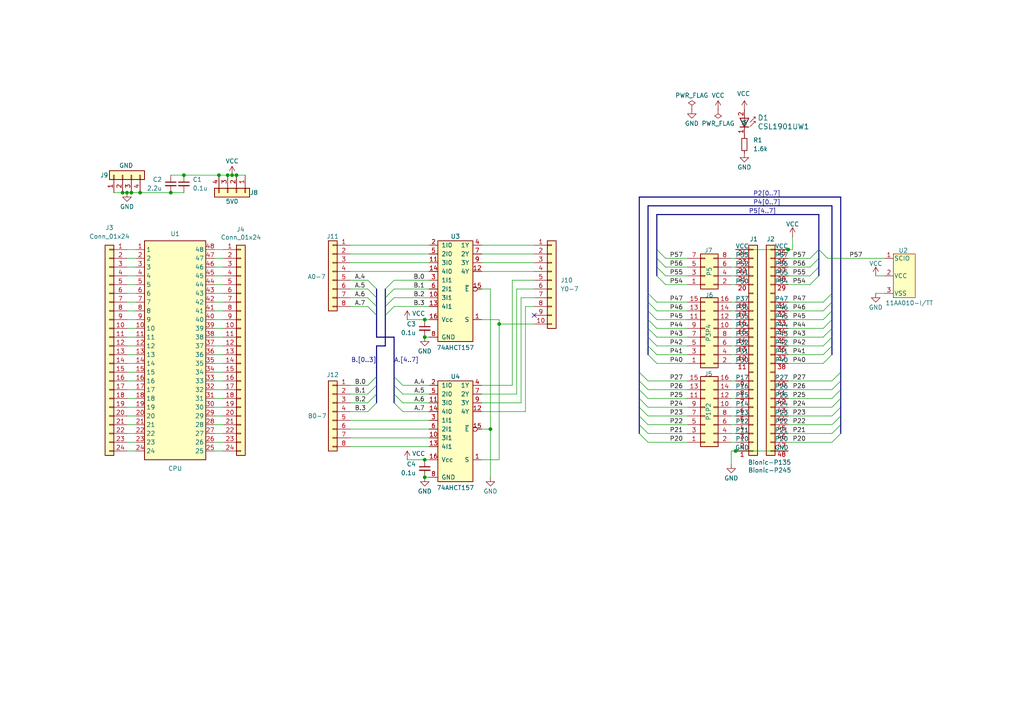
<source format=kicad_sch>
(kicad_sch (version 20231120) (generator "eeschema") (generator_version "8.0")
  (paper "A4")
  (title_block (title "BIonicMezzanine") (date "2025-03-02") (rev "2"))
  (lib_symbols
    (symbol "Connector_Generic:Conn_01x04" (pin_names (offset 1.016) hide)
      (property "Reference" "J" (at 0 5.08 0))
      (property "Value" "Conn_01x04" (at 0 -7.62 0))
      (symbol "Conn_01x04_1_1"
        (pin passive line (at -5.08 2.54 0) (length 3.81) (name "Pin_1") (number "1"))
        (pin passive line (at -5.08 0 0) (length 3.81) (name "Pin_2") (number "2"))
        (pin passive line (at -5.08 -2.54 0) (length 3.81) (name "Pin_3") (number "3"))
        (pin passive line (at -5.08 -5.08 0) (length 3.81) (name "Pin_4") (number "4"))
      )
    )
    (symbol "Connector_Generic:Conn_01x08" (pin_names (offset 1.016) hide)
      (property "Reference" "J" (at 0 10.16 0))
      (property "Value" "Conn_01x08" (at 0 -12.7 0))
      (symbol "Conn_01x08_1_1"
        (pin passive line (at -5.08 7.62 0) (length 3.81) (name "Pin_1") (number "1"))
        (pin passive line (at -5.08 5.08 0) (length 3.81) (name "Pin_2") (number "2"))
        (pin passive line (at -5.08 2.54 0) (length 3.81) (name "Pin_3") (number "3"))
        (pin passive line (at -5.08 0 0) (length 3.81) (name "Pin_4") (number "4"))
        (pin passive line (at -5.08 -2.54 0) (length 3.81) (name "Pin_5") (number "5"))
        (pin passive line (at -5.08 -5.08 0) (length 3.81) (name "Pin_6") (number "6"))
        (pin passive line (at -5.08 -7.62 0) (length 3.81) (name "Pin_7") (number "7"))
        (pin passive line (at -5.08 -10.16 0) (length 3.81) (name "Pin_8") (number "8"))
      )
    )
    (symbol "Connector_Generic:Conn_01x10" (pin_names (offset 1.016) hide)
      (property "Reference" "J" (at 0 12.7 0))
      (property "Value" "Conn_01x10" (at 0 -15.24 0))
      (symbol "Conn_01x10_1_1"
        (pin passive line (at -5.08 10.16 0) (length 3.81) (name "Pin_1") (number "1"))
        (pin passive line (at -5.08 -12.7 0) (length 3.81) (name "Pin_10") (number "10"))
        (pin passive line (at -5.08 7.62 0) (length 3.81) (name "Pin_2") (number "2"))
        (pin passive line (at -5.08 5.08 0) (length 3.81) (name "Pin_3") (number "3"))
        (pin passive line (at -5.08 2.54 0) (length 3.81) (name "Pin_4") (number "4"))
        (pin passive line (at -5.08 0 0) (length 3.81) (name "Pin_5") (number "5"))
        (pin passive line (at -5.08 -2.54 0) (length 3.81) (name "Pin_6") (number "6"))
        (pin passive line (at -5.08 -5.08 0) (length 3.81) (name "Pin_7") (number "7"))
        (pin passive line (at -5.08 -7.62 0) (length 3.81) (name "Pin_8") (number "8"))
        (pin passive line (at -5.08 -10.16 0) (length 3.81) (name "Pin_9") (number "9"))
      )
    )
    (symbol "Connector_Generic:Conn_01x24" (pin_names (offset 1.016) hide)
      (property "Reference" "J" (at 0 30.48 0))
      (property "Value" "Conn_01x24" (at 0 -33.02 0))
      (symbol "Conn_01x24_1_1"
        (pin passive line (at -5.08 27.94 0) (length 3.81) (name "Pin_1") (number "1"))
        (pin passive line (at -5.08 5.08 0) (length 3.81) (name "Pin_10") (number "10"))
        (pin passive line (at -5.08 2.54 0) (length 3.81) (name "Pin_11") (number "11"))
        (pin passive line (at -5.08 0 0) (length 3.81) (name "Pin_12") (number "12"))
        (pin passive line (at -5.08 -2.54 0) (length 3.81) (name "Pin_13") (number "13"))
        (pin passive line (at -5.08 -5.08 0) (length 3.81) (name "Pin_14") (number "14"))
        (pin passive line (at -5.08 -7.62 0) (length 3.81) (name "Pin_15") (number "15"))
        (pin passive line (at -5.08 -10.16 0) (length 3.81) (name "Pin_16") (number "16"))
        (pin passive line (at -5.08 -12.7 0) (length 3.81) (name "Pin_17") (number "17"))
        (pin passive line (at -5.08 -15.24 0) (length 3.81) (name "Pin_18") (number "18"))
        (pin passive line (at -5.08 -17.78 0) (length 3.81) (name "Pin_19") (number "19"))
        (pin passive line (at -5.08 25.4 0) (length 3.81) (name "Pin_2") (number "2"))
        (pin passive line (at -5.08 -20.32 0) (length 3.81) (name "Pin_20") (number "20"))
        (pin passive line (at -5.08 -22.86 0) (length 3.81) (name "Pin_21") (number "21"))
        (pin passive line (at -5.08 -25.4 0) (length 3.81) (name "Pin_22") (number "22"))
        (pin passive line (at -5.08 -27.94 0) (length 3.81) (name "Pin_23") (number "23"))
        (pin passive line (at -5.08 -30.48 0) (length 3.81) (name "Pin_24") (number "24"))
        (pin passive line (at -5.08 22.86 0) (length 3.81) (name "Pin_3") (number "3"))
        (pin passive line (at -5.08 20.32 0) (length 3.81) (name "Pin_4") (number "4"))
        (pin passive line (at -5.08 17.78 0) (length 3.81) (name "Pin_5") (number "5"))
        (pin passive line (at -5.08 15.24 0) (length 3.81) (name "Pin_6") (number "6"))
        (pin passive line (at -5.08 12.7 0) (length 3.81) (name "Pin_7") (number "7"))
        (pin passive line (at -5.08 10.16 0) (length 3.81) (name "Pin_8") (number "8"))
        (pin passive line (at -5.08 7.62 0) (length 3.81) (name "Pin_9") (number "9"))
      )
    )
    (symbol "Connector_Generic:Conn_02x04_Odd_Even" (pin_names (offset 1.016) hide)
      (property "Reference" "J" (at 1.27 5.08 0))
      (property "Value" "Conn_02x04_Odd_Even" (at 1.27 -7.62 0))
      (symbol "Conn_02x04_Odd_Even_1_1"
        (pin passive line (at -5.08 2.54 0) (length 3.81) (name "Pin_1") (number "1"))
        (pin passive line (at 7.62 2.54 180) (length 3.81) (name "Pin_2") (number "2"))
        (pin passive line (at -5.08 0 0) (length 3.81) (name "Pin_3") (number "3"))
        (pin passive line (at 7.62 0 180) (length 3.81) (name "Pin_4") (number "4"))
        (pin passive line (at -5.08 -2.54 0) (length 3.81) (name "Pin_5") (number "5"))
        (pin passive line (at 7.62 -2.54 180) (length 3.81) (name "Pin_6") (number "6"))
        (pin passive line (at -5.08 -5.08 0) (length 3.81) (name "Pin_7") (number "7"))
        (pin passive line (at 7.62 -5.08 180) (length 3.81) (name "Pin_8") (number "8"))
      )
    )
    (symbol "Connector_Generic:Conn_02x08_Odd_Even" (pin_names (offset 1.016) hide)
      (property "Reference" "J" (at 1.27 10.16 0))
      (property "Value" "Conn_02x08_Odd_Even" (at 1.27 -12.7 0))
      (symbol "Conn_02x08_Odd_Even_1_1"
        (pin passive line (at -5.08 7.62 0) (length 3.81) (name "Pin_1") (number "1"))
        (pin passive line (at 7.62 -2.54 180) (length 3.81) (name "Pin_10") (number "10"))
        (pin passive line (at -5.08 -5.08 0) (length 3.81) (name "Pin_11") (number "11"))
        (pin passive line (at 7.62 -5.08 180) (length 3.81) (name "Pin_12") (number "12"))
        (pin passive line (at -5.08 -7.62 0) (length 3.81) (name "Pin_13") (number "13"))
        (pin passive line (at 7.62 -7.62 180) (length 3.81) (name "Pin_14") (number "14"))
        (pin passive line (at -5.08 -10.16 0) (length 3.81) (name "Pin_15") (number "15"))
        (pin passive line (at 7.62 -10.16 180) (length 3.81) (name "Pin_16") (number "16"))
        (pin passive line (at 7.62 7.62 180) (length 3.81) (name "Pin_2") (number "2"))
        (pin passive line (at -5.08 5.08 0) (length 3.81) (name "Pin_3") (number "3"))
        (pin passive line (at 7.62 5.08 180) (length 3.81) (name "Pin_4") (number "4"))
        (pin passive line (at -5.08 2.54 0) (length 3.81) (name "Pin_5") (number "5"))
        (pin passive line (at 7.62 2.54 180) (length 3.81) (name "Pin_6") (number "6"))
        (pin passive line (at -5.08 0 0) (length 3.81) (name "Pin_7") (number "7"))
        (pin passive line (at 7.62 0 180) (length 3.81) (name "Pin_8") (number "8"))
        (pin passive line (at -5.08 -2.54 0) (length 3.81) (name "Pin_9") (number "9"))
      )
    )
    (symbol "Device:C_Small" (pin_numbers hide) (pin_names (offset 0.254) hide)
      (property "Reference" "C" (at 0.254 1.778 0))
      (property "Value" "C_Small" (at 0.254 -2.032 0))
      (symbol "C_Small_1_1"
        (pin passive line (at 0 2.54 270) (length 2.032) (name "~") (number "1"))
        (pin passive line (at 0 -2.54 90) (length 2.032) (name "~") (number "2"))
      )
    )
    (symbol "Device:R_Small" (pin_numbers hide) (pin_names (offset 0.254) hide)
      (property "Reference" "R" (at 0.762 0.508 0))
      (property "Value" "R_Small" (at 0.762 -1.016 0))
      (symbol "R_Small_1_1"
        (pin passive line (at 0 2.54 270) (length 0.762) (name "~") (number "1"))
        (pin passive line (at 0 -2.54 90) (length 0.762) (name "~") (number "2"))
      )
    )
    (symbol "bionic:Bionic-P135" (pin_names (offset 0))
      (property "Reference" "J" (at 0 30.48 0))
      (property "Value" "Bionic-P135" (at -1.27 -33.02 0))
      (symbol "Bionic-P135_1_1"
        (pin power_in line (at -5.08 -30.48 0) (length 3.81) (name "GND") (number "1"))
        (pin bidirectional line (at -5.08 -5.08 0) (length 3.81) (name "P30") (number "11"))
        (pin bidirectional line (at -5.08 -2.54 0) (length 3.81) (name "P31") (number "12"))
        (pin bidirectional line (at -5.08 0 0) (length 3.81) (name "P32") (number "13"))
        (pin bidirectional line (at -5.08 2.54 0) (length 3.81) (name "P33") (number "14"))
        (pin bidirectional line (at -5.08 5.08 0) (length 3.81) (name "P34") (number "15"))
        (pin bidirectional line (at -5.08 7.62 0) (length 3.81) (name "P35") (number "16"))
        (pin bidirectional line (at -5.08 10.16 0) (length 3.81) (name "P36") (number "17"))
        (pin bidirectional line (at -5.08 12.7 0) (length 3.81) (name "P37") (number "18"))
        (pin bidirectional line (at -5.08 -27.94 0) (length 3.81) (name "P10") (number "2"))
        (pin bidirectional line (at -5.08 17.78 0) (length 3.81) (name "P50") (number "20"))
        (pin bidirectional line (at -5.08 20.32 0) (length 3.81) (name "P51") (number "21"))
        (pin bidirectional line (at -5.08 22.86 0) (length 3.81) (name "P52") (number "22"))
        (pin bidirectional line (at -5.08 25.4 0) (length 3.81) (name "P53") (number "23"))
        (pin power_in line (at -5.08 27.94 0) (length 3.81) (name "VCC") (number "24"))
        (pin bidirectional line (at -5.08 -25.4 0) (length 3.81) (name "P11") (number "3"))
        (pin bidirectional line (at -5.08 -22.86 0) (length 3.81) (name "P12") (number "4"))
        (pin bidirectional line (at -5.08 -20.32 0) (length 3.81) (name "P13") (number "5"))
        (pin bidirectional line (at -5.08 -17.78 0) (length 3.81) (name "P14") (number "6"))
        (pin bidirectional line (at -5.08 -15.24 0) (length 3.81) (name "P15") (number "7"))
        (pin bidirectional line (at -5.08 -12.7 0) (length 3.81) (name "P16") (number "8"))
        (pin bidirectional line (at -5.08 -10.16 0) (length 3.81) (name "P17") (number "9"))
      )
    )
    (symbol "bionic:Bionic-P245" (pin_names (offset 0))
      (property "Reference" "J" (at -3.81 30.48 0))
      (property "Value" "Bionic-P245" (at -1.27 -33.02 0))
      (symbol "Bionic-P245_1_1"
        (pin power_in line (at 1.27 27.94 180) (length 3.81) (name "VCC") (number "25"))
        (pin bidirectional line (at 1.27 25.4 180) (length 3.81) (name "P57") (number "26"))
        (pin bidirectional line (at 1.27 22.86 180) (length 3.81) (name "P56") (number "27"))
        (pin bidirectional line (at 1.27 20.32 180) (length 3.81) (name "P55") (number "28"))
        (pin bidirectional line (at 1.27 17.78 180) (length 3.81) (name "P54") (number "29"))
        (pin bidirectional line (at 1.27 12.7 180) (length 3.81) (name "P47") (number "31"))
        (pin bidirectional line (at 1.27 10.16 180) (length 3.81) (name "P46") (number "32"))
        (pin bidirectional line (at 1.27 7.62 180) (length 3.81) (name "P45") (number "33"))
        (pin bidirectional line (at 1.27 5.08 180) (length 3.81) (name "P44") (number "34"))
        (pin bidirectional line (at 1.27 2.54 180) (length 3.81) (name "P43") (number "35"))
        (pin bidirectional line (at 1.27 0 180) (length 3.81) (name "P42") (number "36"))
        (pin bidirectional line (at 1.27 -2.54 180) (length 3.81) (name "P41") (number "37"))
        (pin bidirectional line (at 1.27 -5.08 180) (length 3.81) (name "P40") (number "38"))
        (pin bidirectional line (at 1.27 -10.16 180) (length 3.81) (name "P27") (number "40"))
        (pin bidirectional line (at 1.27 -12.7 180) (length 3.81) (name "P26") (number "41"))
        (pin bidirectional line (at 1.27 -15.24 180) (length 3.81) (name "P25") (number "42"))
        (pin bidirectional line (at 1.27 -17.78 180) (length 3.81) (name "P24") (number "43"))
        (pin bidirectional line (at 1.27 -20.32 180) (length 3.81) (name "P23") (number "44"))
        (pin bidirectional line (at 1.27 -22.86 180) (length 3.81) (name "P22") (number "45"))
        (pin bidirectional line (at 1.27 -25.4 180) (length 3.81) (name "P21") (number "46"))
        (pin bidirectional line (at 1.27 -27.94 180) (length 3.81) (name "P20") (number "47"))
        (pin power_in line (at 1.27 -30.48 180) (length 3.81) (name "GND") (number "48"))
      )
    )
    (symbol "cpu:CPU"
      (property "Reference" "U" (at -0.762 33.782 0))
      (property "Value" "CPU" (at 0.254 -31.496 0))
      (symbol "CPU_0_0"
        (pin bidirectional line (at -11.43 -7.62 0) (length 2.54) (name "16") (number "16"))
        (pin bidirectional line (at -11.43 -10.16 0) (length 2.54) (name "17") (number "17"))
        (pin bidirectional line (at -11.43 -12.7 0) (length 2.54) (name "18") (number "18"))
        (pin bidirectional line (at -11.43 -15.24 0) (length 2.54) (name "19") (number "19"))
        (pin bidirectional line (at 11.43 -12.7 180) (length 2.54) (name "31") (number "31"))
        (pin bidirectional line (at 11.43 10.16 180) (length 2.54) (name "40") (number "40"))
        (pin bidirectional line (at 11.43 17.78 180) (length 2.54) (name "43") (number "43"))
        (pin bidirectional line (at 11.43 20.32 180) (length 2.54) (name "44") (number "44"))
      )
      (symbol "CPU_1_1"
        (pin bidirectional line (at -11.43 30.48 0) (length 2.54) (name "1") (number "1"))
        (pin bidirectional line (at -11.43 7.62 0) (length 2.54) (name "10") (number "10"))
        (pin bidirectional line (at -11.43 5.08 0) (length 2.54) (name "11") (number "11"))
        (pin bidirectional line (at -11.43 2.54 0) (length 2.54) (name "12") (number "12"))
        (pin bidirectional line (at -11.43 0 0) (length 2.54) (name "13") (number "13"))
        (pin bidirectional line (at -11.43 -2.54 0) (length 2.54) (name "14") (number "14"))
        (pin bidirectional line (at -11.43 -5.08 0) (length 2.54) (name "15") (number "15"))
        (pin bidirectional line (at -11.43 27.94 0) (length 2.54) (name "2") (number "2"))
        (pin bidirectional line (at -11.43 -17.78 0) (length 2.54) (name "20") (number "20"))
        (pin bidirectional line (at -11.43 -20.32 0) (length 2.54) (name "21") (number "21"))
        (pin bidirectional line (at -11.43 -22.86 0) (length 2.54) (name "22") (number "22"))
        (pin bidirectional line (at -11.43 -25.4 0) (length 2.54) (name "23") (number "23"))
        (pin bidirectional line (at -11.43 -27.94 0) (length 2.54) (name "24") (number "24"))
        (pin bidirectional line (at 11.43 -27.94 180) (length 2.54) (name "25") (number "25"))
        (pin bidirectional line (at 11.43 -25.4 180) (length 2.54) (name "26") (number "26"))
        (pin bidirectional line (at 11.43 -22.86 180) (length 2.54) (name "27") (number "27"))
        (pin bidirectional line (at 11.43 -20.32 180) (length 2.54) (name "28") (number "28"))
        (pin bidirectional line (at 11.43 -17.78 180) (length 2.54) (name "29") (number "29"))
        (pin bidirectional line (at -11.43 25.4 0) (length 2.54) (name "3") (number "3"))
        (pin bidirectional line (at 11.43 -15.24 180) (length 2.54) (name "30") (number "30"))
        (pin bidirectional line (at 11.43 -10.16 180) (length 2.54) (name "32") (number "32"))
        (pin bidirectional line (at 11.43 -7.62 180) (length 2.54) (name "33") (number "33"))
        (pin bidirectional line (at 11.43 -5.08 180) (length 2.54) (name "34") (number "34"))
        (pin bidirectional line (at 11.43 -2.54 180) (length 2.54) (name "35") (number "35"))
        (pin bidirectional line (at 11.43 0 180) (length 2.54) (name "36") (number "36"))
        (pin bidirectional line (at 11.43 2.54 180) (length 2.54) (name "37") (number "37"))
        (pin bidirectional line (at 11.43 5.08 180) (length 2.54) (name "38") (number "38"))
        (pin bidirectional line (at 11.43 7.62 180) (length 2.54) (name "39") (number "39"))
        (pin bidirectional line (at -11.43 22.86 0) (length 2.54) (name "4") (number "4"))
        (pin bidirectional line (at 11.43 12.7 180) (length 2.54) (name "41") (number "41"))
        (pin bidirectional line (at 11.43 15.24 180) (length 2.54) (name "42") (number "42"))
        (pin bidirectional line (at 11.43 22.86 180) (length 2.54) (name "45") (number "45"))
        (pin bidirectional line (at 11.43 25.4 180) (length 2.54) (name "46") (number "46"))
        (pin bidirectional line (at 11.43 27.94 180) (length 2.54) (name "47") (number "47"))
        (pin bidirectional line (at 11.43 30.48 180) (length 2.54) (name "48") (number "48"))
        (pin bidirectional line (at -11.43 20.32 0) (length 2.54) (name "5") (number "5"))
        (pin bidirectional line (at -11.43 17.78 0) (length 2.54) (name "6") (number "6"))
        (pin bidirectional line (at -11.43 15.24 0) (length 2.54) (name "7") (number "7"))
        (pin bidirectional line (at -11.43 12.7 0) (length 2.54) (name "8") (number "8"))
        (pin bidirectional line (at -11.43 10.16 0) (length 2.54) (name "9") (number "9"))
      )
    )
    (symbol "microchip:11AA010-I_TT" (pin_names (offset 0.254))
      (property "Reference" "U" (at 2.54 1.27 0))
      (property "Value" "11AA010-I/TT" (at 3.81 -13.97 0))
      (symbol "11AA010-I_TT_1_1"
        (pin bidirectional line (at -2.54 -1.27 0) (length 2.54) (name "SCIO") (number "1"))
        (pin power_in line (at -2.54 -6.35 0) (length 2.54) (name "VCC") (number "2"))
        (pin power_in line (at -2.54 -11.43 0) (length 2.54) (name "VSS") (number "3"))
      )
    )
    (symbol "power:GND" (power) (pin_numbers hide) (pin_names (offset 0) hide)
      (property "Value" "GND" (at 0 -3.81 0))
      (symbol "GND_1_1"
        (pin power_in line (at 0 0 270) (length 0) (name "~") (number "1"))
      )
    )
    (symbol "power:PWR_FLAG" (power) (pin_numbers hide) (pin_names (offset 0) hide)
      (property "Value" "PWR_FLAG" (at 0 3.81 0))
      (symbol "PWR_FLAG_0_0"
        (pin power_out line (at 0 0 90) (length 0) (name "~") (number "1"))
      )
    )
    (symbol "power:VCC" (power) (pin_numbers hide) (pin_names (offset 0) hide)
      (property "Value" "VCC" (at 0 3.556 0))
      (symbol "VCC_1_1"
        (pin power_in line (at 0 0 90) (length 0) (name "~") (number "1"))
      )
    )
    (symbol "rhom:CSL1901UW1" (pin_names (offset 0.254))
      (property "Reference" "D" (at 3.81 -2.54 0))
      (property "Value" "CSL1901UW1" (at 3.81 -5.08 0))
      (symbol "CSL1901UW1_1_1"
        (pin passive line (at 7.62 0 180) (length 2.54) (name "K") (number "1"))
        (pin passive line (at 0 0 0) (length 2.54) (name "A") (number "2"))
      )
      (symbol "CSL1901UW1_1_2"
        (pin unspecified line (at 0 10.16 270) (length 2.54) (name "") (number "1"))
        (pin unspecified line (at 0 0 90) (length 2.54) (name "") (number "2"))
      )
    )
    (symbol "ti:74AHCT157" (pin_names (offset 1.016))
      (property "Reference" "U" (at 0 16.51 0))
      (property "Value" "74AHCT157" (at 0 -15.494 0))
      (symbol "74AHCT157_1_0"
        (pin input line (at 7.62 -7.62 180) (length 2.54) (name "S") (number "1"))
        (pin input line (at -7.62 -1.27 0) (length 2.54) (name "3I1") (number "10"))
        (pin input line (at -7.62 8.89 0) (length 2.54) (name "3I0") (number "11"))
        (pin output line (at 7.62 6.35 180) (length 2.54) (name "4Y") (number "12"))
        (pin input line (at -7.62 -3.81 0) (length 2.54) (name "4I1") (number "13"))
        (pin input line (at -7.62 6.35 0) (length 2.54) (name "4I0") (number "14"))
        (pin input inverted (at 7.62 1.27 180) (length 2.54) (name "~{E}") (number "15"))
        (pin power_in line (at -7.62 -7.62 0) (length 2.54) (name "Vcc") (number "16"))
        (pin input line (at -7.62 13.97 0) (length 2.54) (name "1I0") (number "2"))
        (pin input line (at -7.62 3.81 0) (length 2.54) (name "1I1") (number "3"))
        (pin output line (at 7.62 13.97 180) (length 2.54) (name "1Y") (number "4"))
        (pin input line (at -7.62 11.43 0) (length 2.54) (name "2I0") (number "5"))
        (pin input line (at -7.62 1.27 0) (length 2.54) (name "2I1") (number "6"))
        (pin output line (at 7.62 11.43 180) (length 2.54) (name "2Y") (number "7"))
        (pin power_in line (at -7.62 -12.7 0) (length 2.54) (name "GND") (number "8"))
        (pin output line (at 7.62 8.89 180) (length 2.54) (name "3Y") (number "9"))
      )
    )
  )
  (junction (at 63.5 50.8))
  (junction (at 228.6 72.39))
  (junction (at 213.36 130.81))
  (junction (at 40.64 55.88))
  (junction (at 123.19 97.79))
  (junction (at 123.19 133.35))
  (junction (at 67.31 50.8))
  (junction (at 35.56 55.88))
  (junction (at 123.19 92.71))
  (junction (at 49.53 55.88))
  (junction (at 36.83 55.88))
  (junction (at 38.1 55.88))
  (junction (at 144.78 93.98))
  (junction (at 68.58 50.8))
  (junction (at 123.19 138.43))
  (junction (at 66.04 50.8))
  (junction (at 53.34 50.8))
  (junction (at 142.24 124.46))
  (no_connect (at 154.94 91.44))
  (bus_entry (at 109.22 116.84) (size -2.54 2.54))
  (bus_entry (at 114.3 109.22) (size 2.54 2.54))
  (bus_entry (at 114.3 86.36) (size -2.54 2.54))
  (bus_entry (at 114.3 114.3) (size 2.54 2.54))
  (bus_entry (at 190.5 72.39) (size 2.54 2.54))
  (bus_entry (at 237.49 72.39) (size 2.54 2.54))
  (bus_entry (at 114.3 81.28) (size -2.54 2.54))
  (bus_entry (at 114.3 116.84) (size 2.54 2.54))
  (bus_entry (at 185.42 125.73) (size 2.54 2.54))
  (bus_entry (at 243.84 120.65) (size -2.54 2.54))
  (bus_entry (at 109.22 111.76) (size -2.54 2.54))
  (bus_entry (at 185.42 123.19) (size 2.54 2.54))
  (bus_entry (at 241.3 85.09) (size -2.54 2.54))
  (bus_entry (at 185.42 107.95) (size 2.54 2.54))
  (bus_entry (at 243.84 110.49) (size -2.54 2.54))
  (bus_entry (at 187.96 95.25) (size 2.54 2.54))
  (bus_entry (at 187.96 87.63) (size 2.54 2.54))
  (bus_entry (at 237.49 72.39) (size -2.54 2.54))
  (bus_entry (at 190.5 80.01) (size 2.54 2.54))
  (bus_entry (at 241.3 100.33) (size -2.54 2.54))
  (bus_entry (at 185.42 110.49) (size 2.54 2.54))
  (bus_entry (at 241.3 97.79) (size -2.54 2.54))
  (bus_entry (at 241.3 87.63) (size -2.54 2.54))
  (bus_entry (at 237.49 74.93) (size -2.54 2.54))
  (bus_entry (at 185.42 115.57) (size 2.54 2.54))
  (bus_entry (at 114.3 88.9) (size -2.54 2.54))
  (bus_entry (at 243.84 125.73) (size -2.54 2.54))
  (bus_entry (at 241.3 90.17) (size -2.54 2.54))
  (bus_entry (at 190.5 74.93) (size 2.54 2.54))
  (bus_entry (at 187.96 90.17) (size 2.54 2.54))
  (bus_entry (at 185.42 118.11) (size 2.54 2.54))
  (bus_entry (at 243.84 107.95) (size -2.54 2.54))
  (bus_entry (at 106.68 86.36) (size 2.54 2.54))
  (bus_entry (at 243.84 123.19) (size -2.54 2.54))
  (bus_entry (at 241.3 102.87) (size -2.54 2.54))
  (bus_entry (at 185.42 120.65) (size 2.54 2.54))
  (bus_entry (at 237.49 77.47) (size -2.54 2.54))
  (bus_entry (at 114.3 83.82) (size -2.54 2.54))
  (bus_entry (at 106.68 88.9) (size 2.54 2.54))
  (bus_entry (at 109.22 114.3) (size -2.54 2.54))
  (bus_entry (at 187.96 92.71) (size 2.54 2.54))
  (bus_entry (at 243.84 113.03) (size -2.54 2.54))
  (bus_entry (at 185.42 113.03) (size 2.54 2.54))
  (bus_entry (at 106.68 83.82) (size 2.54 2.54))
  (bus_entry (at 187.96 100.33) (size 2.54 2.54))
  (bus_entry (at 243.84 118.11) (size -2.54 2.54))
  (bus_entry (at 114.3 111.76) (size 2.54 2.54))
  (bus_entry (at 106.68 81.28) (size 2.54 2.54))
  (bus_entry (at 241.3 92.71) (size -2.54 2.54))
  (bus_entry (at 109.22 109.22) (size -2.54 2.54))
  (bus_entry (at 243.84 115.57) (size -2.54 2.54))
  (bus_entry (at 241.3 95.25) (size -2.54 2.54))
  (bus_entry (at 190.5 77.47) (size 2.54 2.54))
  (bus_entry (at 187.96 85.09) (size 2.54 2.54))
  (bus_entry (at 187.96 97.79) (size 2.54 2.54))
  (bus_entry (at 237.49 80.01) (size -2.54 2.54))
  (bus_entry (at 187.96 102.87) (size 2.54 2.54))
  (bus (pts (xy 237.49 62.23) (xy 190.5 62.23)))
  (wire (pts (xy 139.7 124.46) (xy 142.24 124.46)))
  (wire (pts (xy 101.6 127) (xy 124.46 127)))
  (bus (pts (xy 241.3 95.25) (xy 241.3 97.79)))
  (wire (pts (xy 36.83 128.27) (xy 39.37 128.27)))
  (bus (pts (xy 243.84 118.11) (xy 243.84 115.57)))
  (wire (pts (xy 62.23 92.71) (xy 64.77 92.71)))
  (wire (pts (xy 62.23 105.41) (xy 64.77 105.41)))
  (bus (pts (xy 185.42 120.65) (xy 185.42 123.19)))
  (bus (pts (xy 190.5 72.39) (xy 190.5 74.93)))
  (bus (pts (xy 187.96 95.25) (xy 187.96 92.71)))
  (wire (pts (xy 212.09 95.25) (xy 213.36 95.25)))
  (wire (pts (xy 36.83 72.39) (xy 39.37 72.39)))
  (wire (pts (xy 114.3 83.82) (xy 124.46 83.82)))
  (bus (pts (xy 241.3 92.71) (xy 241.3 95.25)))
  (wire (pts (xy 62.23 107.95) (xy 64.77 107.95)))
  (wire (pts (xy 187.96 123.19) (xy 199.39 123.19)))
  (bus (pts (xy 114.3 109.22) (xy 114.3 111.76)))
  (bus (pts (xy 114.3 111.76) (xy 114.3 114.3)))
  (wire (pts (xy 228.6 120.65) (xy 241.3 120.65)))
  (wire (pts (xy 228.6 90.17) (xy 238.76 90.17)))
  (bus (pts (xy 185.42 110.49) (xy 185.42 113.03)))
  (wire (pts (xy 139.7 111.76) (xy 148.59 111.76)))
  (bus (pts (xy 237.49 74.93) (xy 237.49 72.39)))
  (wire (pts (xy 187.96 115.57) (xy 199.39 115.57)))
  (wire (pts (xy 36.83 115.57) (xy 39.37 115.57)))
  (bus (pts (xy 243.84 113.03) (xy 243.84 110.49)))
  (wire (pts (xy 49.53 50.8) (xy 53.34 50.8)))
  (wire (pts (xy 139.7 83.82) (xy 142.24 83.82)))
  (bus (pts (xy 243.84 123.19) (xy 243.84 120.65)))
  (wire (pts (xy 151.13 116.84) (xy 151.13 86.36)))
  (wire (pts (xy 151.13 86.36) (xy 154.94 86.36)))
  (wire (pts (xy 62.23 102.87) (xy 64.77 102.87)))
  (bus (pts (xy 114.3 97.79) (xy 114.3 109.22)))
  (wire (pts (xy 187.96 128.27) (xy 199.39 128.27)))
  (wire (pts (xy 190.5 90.17) (xy 199.39 90.17)))
  (wire (pts (xy 116.84 116.84) (xy 124.46 116.84)))
  (wire (pts (xy 36.83 77.47) (xy 39.37 77.47)))
  (wire (pts (xy 114.3 88.9) (xy 124.46 88.9)))
  (wire (pts (xy 33.02 55.88) (xy 35.56 55.88)))
  (wire (pts (xy 212.09 110.49) (xy 213.36 110.49)))
  (wire (pts (xy 148.59 81.28) (xy 154.94 81.28)))
  (wire (pts (xy 212.09 134.62) (xy 212.09 130.81)))
  (wire (pts (xy 38.1 55.88) (xy 40.64 55.88)))
  (wire (pts (xy 212.09 74.93) (xy 213.36 74.93)))
  (wire (pts (xy 240.03 74.93) (xy 256.54 74.93)))
  (wire (pts (xy 229.87 68.58) (xy 229.87 72.39)))
  (wire (pts (xy 36.83 55.88) (xy 38.1 55.88)))
  (wire (pts (xy 36.83 102.87) (xy 39.37 102.87)))
  (wire (pts (xy 190.5 92.71) (xy 199.39 92.71)))
  (wire (pts (xy 62.23 77.47) (xy 64.77 77.47)))
  (wire (pts (xy 62.23 85.09) (xy 64.77 85.09)))
  (wire (pts (xy 228.6 125.73) (xy 241.3 125.73)))
  (wire (pts (xy 123.19 138.43) (xy 124.46 138.43)))
  (wire (pts (xy 187.96 120.65) (xy 199.39 120.65)))
  (bus (pts (xy 243.84 115.57) (xy 243.84 113.03)))
  (wire (pts (xy 212.09 92.71) (xy 213.36 92.71)))
  (wire (pts (xy 36.83 92.71) (xy 39.37 92.71)))
  (wire (pts (xy 62.23 130.81) (xy 64.77 130.81)))
  (wire (pts (xy 139.7 116.84) (xy 151.13 116.84)))
  (wire (pts (xy 123.19 97.79) (xy 124.46 97.79)))
  (wire (pts (xy 190.5 102.87) (xy 199.39 102.87)))
  (bus (pts (xy 243.84 107.95) (xy 243.84 57.15)))
  (wire (pts (xy 67.31 50.8) (xy 66.04 50.8)))
  (wire (pts (xy 212.09 123.19) (xy 213.36 123.19)))
  (wire (pts (xy 36.83 123.19) (xy 39.37 123.19)))
  (bus (pts (xy 190.5 74.93) (xy 190.5 77.47)))
  (wire (pts (xy 212.09 82.55) (xy 213.36 82.55)))
  (wire (pts (xy 62.23 87.63) (xy 64.77 87.63)))
  (wire (pts (xy 149.86 83.82) (xy 154.94 83.82)))
  (wire (pts (xy 62.23 113.03) (xy 64.77 113.03)))
  (wire (pts (xy 101.6 129.54) (xy 124.46 129.54)))
  (bus (pts (xy 241.3 90.17) (xy 241.3 92.71)))
  (bus (pts (xy 185.42 123.19) (xy 185.42 125.73)))
  (wire (pts (xy 62.23 128.27) (xy 64.77 128.27)))
  (bus (pts (xy 243.84 57.15) (xy 185.42 57.15)))
  (wire (pts (xy 62.23 120.65) (xy 64.77 120.65)))
  (wire (pts (xy 228.6 74.93) (xy 234.95 74.93)))
  (bus (pts (xy 109.22 100.33) (xy 109.22 109.22)))
  (wire (pts (xy 62.23 72.39) (xy 64.77 72.39)))
  (wire (pts (xy 67.31 50.8) (xy 68.58 50.8)))
  (wire (pts (xy 139.7 119.38) (xy 152.4 119.38)))
  (wire (pts (xy 40.64 55.88) (xy 49.53 55.88)))
  (wire (pts (xy 116.84 119.38) (xy 124.46 119.38)))
  (wire (pts (xy 36.83 110.49) (xy 39.37 110.49)))
  (bus (pts (xy 109.22 97.79) (xy 114.3 97.79)))
  (wire (pts (xy 62.23 110.49) (xy 64.77 110.49)))
  (wire (pts (xy 36.83 130.81) (xy 39.37 130.81)))
  (wire (pts (xy 36.83 118.11) (xy 39.37 118.11)))
  (wire (pts (xy 187.96 113.03) (xy 199.39 113.03)))
  (bus (pts (xy 109.22 83.82) (xy 109.22 86.36)))
  (wire (pts (xy 193.04 82.55) (xy 199.39 82.55)))
  (bus (pts (xy 185.42 115.57) (xy 185.42 118.11)))
  (wire (pts (xy 118.11 133.35) (xy 123.19 133.35)))
  (wire (pts (xy 228.6 102.87) (xy 238.76 102.87)))
  (wire (pts (xy 62.23 80.01) (xy 64.77 80.01)))
  (wire (pts (xy 101.6 78.74) (xy 124.46 78.74)))
  (wire (pts (xy 101.6 124.46) (xy 124.46 124.46)))
  (bus (pts (xy 185.42 118.11) (xy 185.42 120.65)))
  (wire (pts (xy 62.23 90.17) (xy 64.77 90.17)))
  (wire (pts (xy 142.24 83.82) (xy 142.24 124.46)))
  (bus (pts (xy 114.3 114.3) (xy 114.3 116.84)))
  (wire (pts (xy 62.23 95.25) (xy 64.77 95.25)))
  (wire (pts (xy 228.6 115.57) (xy 241.3 115.57)))
  (wire (pts (xy 212.09 80.01) (xy 213.36 80.01)))
  (bus (pts (xy 187.96 102.87) (xy 187.96 100.33)))
  (bus (pts (xy 109.22 109.22) (xy 109.22 111.76)))
  (bus (pts (xy 243.84 110.49) (xy 243.84 107.95)))
  (wire (pts (xy 187.96 125.73) (xy 199.39 125.73)))
  (wire (pts (xy 53.34 50.8) (xy 63.5 50.8)))
  (wire (pts (xy 190.5 87.63) (xy 199.39 87.63)))
  (wire (pts (xy 101.6 86.36) (xy 106.68 86.36)))
  (wire (pts (xy 101.6 73.66) (xy 124.46 73.66)))
  (bus (pts (xy 109.22 91.44) (xy 109.22 97.79)))
  (wire (pts (xy 36.83 87.63) (xy 39.37 87.63)))
  (wire (pts (xy 62.23 115.57) (xy 64.77 115.57)))
  (wire (pts (xy 254 85.09) (xy 256.54 85.09)))
  (wire (pts (xy 193.04 80.01) (xy 199.39 80.01)))
  (wire (pts (xy 228.6 128.27) (xy 241.3 128.27)))
  (wire (pts (xy 187.96 110.49) (xy 199.39 110.49)))
  (wire (pts (xy 187.96 118.11) (xy 199.39 118.11)))
  (wire (pts (xy 212.09 100.33) (xy 213.36 100.33)))
  (wire (pts (xy 139.7 114.3) (xy 149.86 114.3)))
  (bus (pts (xy 237.49 80.01) (xy 237.49 77.47)))
  (wire (pts (xy 116.84 114.3) (xy 124.46 114.3)))
  (wire (pts (xy 193.04 74.93) (xy 199.39 74.93)))
  (wire (pts (xy 212.09 87.63) (xy 213.36 87.63)))
  (wire (pts (xy 36.83 120.65) (xy 39.37 120.65)))
  (wire (pts (xy 36.83 95.25) (xy 39.37 95.25)))
  (wire (pts (xy 228.6 77.47) (xy 234.95 77.47)))
  (bus (pts (xy 241.3 100.33) (xy 241.3 102.87)))
  (wire (pts (xy 149.86 114.3) (xy 149.86 83.82)))
  (wire (pts (xy 139.7 76.2) (xy 154.94 76.2)))
  (bus (pts (xy 241.3 87.63) (xy 241.3 90.17)))
  (bus (pts (xy 190.5 62.23) (xy 190.5 72.39)))
  (wire (pts (xy 139.7 133.35) (xy 144.78 133.35)))
  (wire (pts (xy 190.5 97.79) (xy 199.39 97.79)))
  (bus (pts (xy 190.5 77.47) (xy 190.5 80.01)))
  (wire (pts (xy 101.6 88.9) (xy 106.68 88.9)))
  (bus (pts (xy 185.42 107.95) (xy 185.42 110.49)))
  (wire (pts (xy 190.5 100.33) (xy 199.39 100.33)))
  (bus (pts (xy 109.22 100.33) (xy 111.76 100.33)))
  (wire (pts (xy 36.83 80.01) (xy 39.37 80.01)))
  (wire (pts (xy 190.5 95.25) (xy 199.39 95.25)))
  (wire (pts (xy 212.09 115.57) (xy 213.36 115.57)))
  (bus (pts (xy 241.3 85.09) (xy 241.3 87.63)))
  (wire (pts (xy 212.09 77.47) (xy 213.36 77.47)))
  (wire (pts (xy 228.6 118.11) (xy 241.3 118.11)))
  (wire (pts (xy 36.83 107.95) (xy 39.37 107.95)))
  (wire (pts (xy 228.6 113.03) (xy 241.3 113.03)))
  (wire (pts (xy 62.23 125.73) (xy 64.77 125.73)))
  (wire (pts (xy 101.6 114.3) (xy 106.68 114.3)))
  (wire (pts (xy 118.11 92.71) (xy 123.19 92.71)))
  (wire (pts (xy 228.6 100.33) (xy 238.76 100.33)))
  (bus (pts (xy 241.3 97.79) (xy 241.3 100.33)))
  (wire (pts (xy 101.6 81.28) (xy 106.68 81.28)))
  (wire (pts (xy 212.09 118.11) (xy 213.36 118.11)))
  (wire (pts (xy 123.19 133.35) (xy 124.46 133.35)))
  (wire (pts (xy 139.7 78.74) (xy 154.94 78.74)))
  (bus (pts (xy 185.42 113.03) (xy 185.42 115.57)))
  (bus (pts (xy 111.76 86.36) (xy 111.76 88.9)))
  (bus (pts (xy 187.96 59.69) (xy 187.96 85.09)))
  (wire (pts (xy 212.09 130.81) (xy 213.36 130.81)))
  (wire (pts (xy 228.6 87.63) (xy 238.76 87.63)))
  (wire (pts (xy 144.78 93.98) (xy 144.78 92.71)))
  (wire (pts (xy 36.83 100.33) (xy 39.37 100.33)))
  (wire (pts (xy 228.6 82.55) (xy 234.95 82.55)))
  (wire (pts (xy 62.23 82.55) (xy 64.77 82.55)))
  (wire (pts (xy 36.83 74.93) (xy 39.37 74.93)))
  (wire (pts (xy 116.84 111.76) (xy 124.46 111.76)))
  (wire (pts (xy 139.7 73.66) (xy 154.94 73.66)))
  (wire (pts (xy 101.6 119.38) (xy 106.68 119.38)))
  (wire (pts (xy 68.58 50.8) (xy 71.12 50.8)))
  (wire (pts (xy 148.59 111.76) (xy 148.59 81.28)))
  (wire (pts (xy 36.83 97.79) (xy 39.37 97.79)))
  (wire (pts (xy 123.19 92.71) (xy 124.46 92.71)))
  (wire (pts (xy 228.6 97.79) (xy 238.76 97.79)))
  (wire (pts (xy 36.83 125.73) (xy 39.37 125.73)))
  (wire (pts (xy 101.6 116.84) (xy 106.68 116.84)))
  (wire (pts (xy 101.6 83.82) (xy 106.68 83.82)))
  (wire (pts (xy 62.23 118.11) (xy 64.77 118.11)))
  (wire (pts (xy 114.3 86.36) (xy 124.46 86.36)))
  (wire (pts (xy 101.6 71.12) (xy 124.46 71.12)))
  (wire (pts (xy 144.78 133.35) (xy 144.78 93.98)))
  (bus (pts (xy 109.22 114.3) (xy 109.22 116.84)))
  (bus (pts (xy 187.96 100.33) (xy 187.96 97.79)))
  (wire (pts (xy 36.83 105.41) (xy 39.37 105.41)))
  (wire (pts (xy 229.87 72.39) (xy 228.6 72.39)))
  (wire (pts (xy 212.09 102.87) (xy 213.36 102.87)))
  (wire (pts (xy 190.5 105.41) (xy 199.39 105.41)))
  (wire (pts (xy 62.23 97.79) (xy 64.77 97.79)))
  (bus (pts (xy 109.22 111.76) (xy 109.22 114.3)))
  (wire (pts (xy 228.6 95.25) (xy 238.76 95.25)))
  (bus (pts (xy 187.96 90.17) (xy 187.96 87.63)))
  (bus (pts (xy 241.3 59.69) (xy 241.3 85.09)))
  (wire (pts (xy 36.83 90.17) (xy 39.37 90.17)))
  (wire (pts (xy 62.23 100.33) (xy 64.77 100.33)))
  (wire (pts (xy 36.83 85.09) (xy 39.37 85.09)))
  (bus (pts (xy 237.49 77.47) (xy 237.49 74.93)))
  (wire (pts (xy 101.6 76.2) (xy 124.46 76.2)))
  (wire (pts (xy 101.6 111.76) (xy 106.68 111.76)))
  (wire (pts (xy 212.09 105.41) (xy 213.36 105.41)))
  (wire (pts (xy 62.23 123.19) (xy 64.77 123.19)))
  (bus (pts (xy 111.76 100.33) (xy 111.76 91.44)))
  (wire (pts (xy 228.6 123.19) (xy 241.3 123.19)))
  (bus (pts (xy 187.96 59.69) (xy 241.3 59.69)))
  (wire (pts (xy 62.23 74.93) (xy 64.77 74.93)))
  (wire (pts (xy 213.36 130.81) (xy 228.6 130.81)))
  (bus (pts (xy 187.96 87.63) (xy 187.96 85.09)))
  (wire (pts (xy 254 80.01) (xy 256.54 80.01)))
  (bus (pts (xy 111.76 88.9) (xy 111.76 91.44)))
  (wire (pts (xy 228.6 105.41) (xy 238.76 105.41)))
  (wire (pts (xy 212.09 90.17) (xy 213.36 90.17)))
  (wire (pts (xy 212.09 125.73) (xy 213.36 125.73)))
  (wire (pts (xy 212.09 120.65) (xy 213.36 120.65)))
  (bus (pts (xy 185.42 57.15) (xy 185.42 107.95)))
  (wire (pts (xy 35.56 55.88) (xy 36.83 55.88)))
  (bus (pts (xy 243.84 120.65) (xy 243.84 118.11)))
  (wire (pts (xy 212.09 113.03) (xy 213.36 113.03)))
  (wire (pts (xy 114.3 81.28) (xy 124.46 81.28)))
  (wire (pts (xy 212.09 128.27) (xy 213.36 128.27)))
  (wire (pts (xy 139.7 71.12) (xy 154.94 71.12)))
  (bus (pts (xy 187.96 92.71) (xy 187.96 90.17)))
  (wire (pts (xy 152.4 88.9) (xy 154.94 88.9)))
  (wire (pts (xy 152.4 119.38) (xy 152.4 88.9)))
  (wire (pts (xy 49.53 55.88) (xy 53.34 55.88)))
  (bus (pts (xy 243.84 125.73) (xy 243.84 123.19)))
  (wire (pts (xy 36.83 113.03) (xy 39.37 113.03)))
  (wire (pts (xy 142.24 124.46) (xy 142.24 138.43)))
  (wire (pts (xy 213.36 72.39) (xy 228.6 72.39)))
  (bus (pts (xy 111.76 83.82) (xy 111.76 86.36)))
  (wire (pts (xy 228.6 80.01) (xy 234.95 80.01)))
  (bus (pts (xy 187.96 97.79) (xy 187.96 95.25)))
  (bus (pts (xy 109.22 88.9) (xy 109.22 91.44)))
  (wire (pts (xy 193.04 77.47) (xy 199.39 77.47)))
  (wire (pts (xy 139.7 92.71) (xy 144.78 92.71)))
  (wire (pts (xy 228.6 92.71) (xy 238.76 92.71)))
  (wire (pts (xy 144.78 93.98) (xy 154.94 93.98)))
  (wire (pts (xy 212.09 97.79) (xy 213.36 97.79)))
  (wire (pts (xy 101.6 121.92) (xy 124.46 121.92)))
  (bus (pts (xy 237.49 72.39) (xy 237.49 62.23)))
  (wire (pts (xy 63.5 50.8) (xy 66.04 50.8)))
  (bus (pts (xy 109.22 86.36) (xy 109.22 88.9)))
  (wire (pts (xy 228.6 110.49) (xy 241.3 110.49)))
  (wire (pts (xy 36.83 82.55) (xy 39.37 82.55)))
  (label "A.6" (at 102.87 86.36 0))
  (label "P54" (at 198.12 82.55 180))
  (label "B.3" (at 123.19 88.9 180))
  (label "P42" (at 229.87 100.33 0))
  (label "A.4" (at 102.87 81.28 0))
  (label "P40" (at 198.12 105.41 180))
  (label "P41" (at 198.12 102.87 180))
  (label "P21" (at 198.12 125.73 180))
  (label "P26" (at 229.87 113.03 0))
  (label "P47" (at 229.87 87.63 0))
  (label "P40" (at 229.87 105.41 0))
  (label "P4[0..7]" (at 218.44 59.69 0))
  (label "P56" (at 229.87 77.47 0))
  (label "P22" (at 198.12 123.19 180))
  (label "P54" (at 229.87 82.55 0))
  (label "B.2" (at 102.87 116.84 0))
  (label "P57" (at 198.12 74.93 180))
  (label "P26" (at 198.12 113.03 180))
  (label "P44" (at 229.87 95.25 0))
  (label "P47" (at 198.12 87.63 180))
  (label "A.4" (at 123.19 111.76 180))
  (label "P57" (at 229.87 74.93 0))
  (label "P5[4..7]" (at 217.17 62.23 0))
  (label "P27" (at 198.12 110.49 180))
  (label "A.[4..7]" (at 114.3 105.41 0))
  (label "B.2" (at 123.19 86.36 180))
  (label "B.0" (at 123.19 81.28 180))
  (label "B.1" (at 123.19 83.82 180))
  (label "B.1" (at 102.87 114.3 0))
  (label "A.5" (at 102.87 83.82 0))
  (label "P24" (at 229.87 118.11 0))
  (label "A.7" (at 102.87 88.9 0))
  (label "P43" (at 198.12 97.79 180))
  (label "P43" (at 229.87 97.79 0))
  (label "B.0" (at 102.87 111.76 0))
  (label "P46" (at 198.12 90.17 180))
  (label "P23" (at 229.87 120.65 0))
  (label "A.7" (at 123.19 119.38 180))
  (label "P55" (at 198.12 80.01 180))
  (label "P42" (at 198.12 100.33 180))
  (label "P25" (at 198.12 115.57 180))
  (label "P27" (at 229.87 110.49 0))
  (label "P21" (at 229.87 125.73 0))
  (label "P44" (at 198.12 95.25 180))
  (label "P56" (at 198.12 77.47 180))
  (label "P45" (at 229.87 92.71 0))
  (label "A.5" (at 123.19 114.3 180))
  (label "P22" (at 229.87 123.19 0))
  (label "B.[0..3]" (at 109.22 105.41 180))
  (label "P20" (at 198.12 128.27 180))
  (label "P24" (at 198.12 118.11 180))
  (label "B.3" (at 102.87 119.38 0))
  (label "P45" (at 198.12 92.71 180))
  (label "P46" (at 229.87 90.17 0))
  (label "P41" (at 229.87 102.87 0))
  (label "P20" (at 229.87 128.27 0))
  (label "P57" (at 250.19 74.93 180))
  (label "P23" (at 198.12 120.65 180))
  (label "A.6" (at 123.19 116.84 180))
  (label "P25" (at 229.87 115.57 0))
  (label "P55" (at 229.87 80.01 0))
  (label "P2[0..7]" (at 218.44 57.15 0))
  (symbol (lib_id "power:VCC") (at 118.11 92.71 0) (unit 1)
    (property "Reference" "#PWR05" (effects (hide yes)))
    (property "Value" "VCC" (at 121.412 90.932 0))
    (property "Description" "Power symbol creates a global label with name \"VCC\"" (effects (hide yes)))
  )
  (symbol (lib_id "Device:C_Small") (at 49.53 53.34 0) (mirror y) (unit 1)
    (property "Reference" "C2" (at 46.99 52.0762 0) (effects (justify left)))
    (property "Value" "2.2u" (at 46.99 54.6162 0) (effects (justify left)))
    (property "Footprint" "Capacitor_SMD:C_0603_1608Metric_Pad1.08x0.95mm_HandSolder" (effects (hide yes)))
    (property "Description" "Unpolarized capacitor, small symbol" (effects (hide yes)))
  )
  (symbol (lib_id "power:GND") (at 36.83 55.88 0) (unit 1)
    (property "Reference" "#PWR014" (effects (hide yes)))
    (property "Value" "GND" (at 36.83 59.944 0))
    (property "Description" "Power symbol creates a global label with name \"GND\" , ground" (effects (hide yes)))
  )
  (symbol (lib_id "power:VCC") (at 67.31 50.8 0) (mirror y) (unit 1)
    (property "Reference" "#PWR013" (effects (hide yes)))
    (property "Value" "VCC" (at 67.31 46.736 0))
    (property "Description" "Power symbol creates a global label with name \"VCC\"" (effects (hide yes)))
  )
  (symbol (lib_id "power:GND") (at 123.19 97.79 0) (unit 1)
    (property "Reference" "#PWR06" (effects (hide yes)))
    (property "Value" "GND" (at 123.19 101.854 0))
    (property "Description" "Power symbol creates a global label with name \"GND\" , ground" (effects (hide yes)))
  )
  (symbol (lib_id "power:GND") (at 215.9 44.45 0) (unit 1)
    (property "Reference" "#PWR09" (effects (hide yes)))
    (property "Value" "GND" (at 215.9 48.514 0))
    (property "Description" "Power symbol creates a global label with name \"GND\" , ground" (effects (hide yes)))
  )
  (symbol (lib_id "power:GND") (at 123.19 138.43 0) (unit 1)
    (property "Reference" "#PWR011" (effects (hide yes)))
    (property "Value" "GND" (at 123.19 142.494 0))
    (property "Description" "Power symbol creates a global label with name \"GND\" , ground" (effects (hide yes)))
  )
  (symbol (lib_id "power:VCC") (at 229.87 68.58 0) (unit 1)
    (property "Reference" "#PWR04" (effects (hide yes)))
    (property "Value" "VCC" (at 229.87 65.024 0))
    (property "Description" "Power symbol creates a global label with name \"VCC\"" (effects (hide yes)))
  )
  (symbol (lib_id "Connector_Generic:Conn_01x08") (at 96.52 119.38 0) (mirror y) (unit 1)
    (property "Reference" "J12" (at 98.298 108.712 0) (effects (justify left)))
    (property "Value" "B0-7" (at 94.742 120.65 0) (effects (justify left)))
    (property "Footprint" "Connector_PinSocket_2.54mm:PinSocket_1x08_P2.54mm_Vertical" (effects (hide yes)))
    (property "Description" "Generic connector, single row, 01x08, script generated (kicad-library-utils/schlib/autogen/connector/)" (effects (hide yes)))
  )
  (symbol (lib_id "rhom:CSL1901UW1") (at 215.9 31.75 270) (unit 1)
    (property "Reference" "D1" (at 219.71 34.1629 90) (effects (font (size 1.524 1.524)) (justify left)))
    (property "Value" "CSL1901UW1" (at 219.71 36.7029 90) (effects (font (size 1.524 1.524)) (justify left)))
    (property "Footprint" "rhom:LED_CSL1901UW1_ROM-M" (effects (hide yes)))
    (property "Datasheet" "https://fscdn.rohm.com/en/products/databook/datasheet/opto/led/chip_mono/csl1901uw1-e.pdf" (effects (hide yes)))
    (property "Description" "Red LED (Low Current Emission, SMD)" (effects (hide yes)))
  )
  (symbol (lib_id "Device:C_Small") (at 123.19 135.89 0) (unit 1)
    (property "Reference" "C4" (at 120.65 134.6262 0) (effects (justify right)))
    (property "Value" "0.1u" (at 120.65 137.1662 0) (effects (justify right)))
    (property "Footprint" "Capacitor_SMD:C_0603_1608Metric_Pad1.08x0.95mm_HandSolder" (effects (hide yes)))
    (property "Description" "Unpolarized capacitor, small symbol" (effects (hide yes)))
  )
  (symbol (lib_id "power:GND") (at 142.24 138.43 0) (unit 1)
    (property "Reference" "#PWR015" (effects (hide yes)))
    (property "Value" "GND" (at 142.24 142.494 0))
    (property "Description" "Power symbol creates a global label with name \"GND\" , ground" (effects (hide yes)))
  )
  (symbol (lib_id "Device:C_Small") (at 53.34 53.34 0) (unit 1)
    (property "Reference" "C1" (at 55.88 52.0762 0) (effects (justify left)))
    (property "Value" "0.1u" (at 55.88 54.6162 0) (effects (justify left)))
    (property "Footprint" "Capacitor_SMD:C_0603_1608Metric_Pad1.08x0.95mm_HandSolder" (effects (hide yes)))
    (property "Description" "Unpolarized capacitor, small symbol" (effects (hide yes)))
  )
  (symbol (lib_id "Connector_Generic:Conn_02x04_Odd_Even") (at 204.47 80.01 0) (mirror x) (unit 1)
    (property "Reference" "J7" (at 205.486 72.644 0))
    (property "Value" "P5" (at 205.74 78.74 90))
    (property "Footprint" "Connector_PinSocket_2.54mm:PinSocket_2x04_P2.54mm_Vertical" (effects (hide yes)))
    (property "Description" "Generic connector, double row, 02x04, odd/even pin numbering scheme (row 1 odd numbers, row 2 even numbers), script generated (kicad-library-utils/schlib/autogen/connector/)" (effects (hide yes)))
  )
  (symbol (lib_id "Connector_Generic:Conn_01x04") (at 68.58 55.88 270) (unit 1)
    (property "Reference" "J8" (at 73.66 55.88 90))
    (property "Value" "5V0" (at 67.31 58.42 90))
    (property "Footprint" "Connector_PinSocket_2.54mm:PinSocket_1x04_P2.54mm_Vertical" (effects (hide yes)))
    (property "Description" "Generic connector, single row, 01x04, script generated (kicad-library-utils/schlib/autogen/connector/)" (effects (hide yes)))
  )
  (symbol (lib_id "power:GND") (at 254 85.09 0) (unit 1)
    (property "Reference" "#PWR08" (effects (hide yes)))
    (property "Value" "GND" (at 254 89.154 0))
    (property "Description" "Power symbol creates a global label with name \"GND\" , ground" (effects (hide yes)))
  )
  (symbol (lib_id "power:GND") (at 212.09 134.62 0) (unit 1)
    (property "Reference" "#PWR012" (effects (hide yes)))
    (property "Value" "GND" (at 212.09 138.684 0))
    (property "Description" "Power symbol creates a global label with name \"GND\" , ground" (effects (hide yes)))
  )
  (symbol (lib_id "ti:74AHCT157") (at 132.08 125.73 0) (unit 1)
    (property "Reference" "U4" (at 132.08 109.22 0))
    (property "Value" "74AHCT157" (at 132.08 141.478 0))
    (property "Footprint" "ti:PW16-M" (effects (hide yes)))
    (property "Datasheet" "https://www.ti.com/jp/lit/ds/symlink/cd74hct157.pdf" (effects (hide yes)))
    (property "Description" "Quad 2-Input Multiplexers" (effects (hide yes)))
  )
  (symbol (lib_id "Connector_Generic:Conn_01x24") (at 69.85 100.33 0) (unit 1)
    (property "Reference" "J4" (at 68.58 66.548 0) (effects (justify left)))
    (property "Value" "Conn_01x24" (at 64.008 68.834 0) (effects (justify left)))
    (property "Footprint" "Connector_PinSocket_2.54mm:PinSocket_1x24_P2.54mm_Vertical" (effects (hide yes)))
    (property "Description" "Generic connector, single row, 01x24, script generated (kicad-library-utils/schlib/autogen/connector/)" (effects (hide yes)))
  )
  (symbol (lib_id "Connector_Generic:Conn_01x04") (at 35.56 50.8 90) (unit 1)
    (property "Reference" "J9" (at 30.226 50.8 90))
    (property "Value" "GND" (at 36.576 48.006 90))
    (property "Footprint" "Connector_PinSocket_2.54mm:PinSocket_1x04_P2.54mm_Vertical" (effects (hide yes)))
    (property "Description" "Generic connector, single row, 01x04, script generated (kicad-library-utils/schlib/autogen/connector/)" (effects (hide yes)))
  )
  (symbol (lib_id "Connector_Generic:Conn_01x24") (at 31.75 100.33 0) (mirror y) (unit 1)
    (property "Reference" "J3" (at 31.75 66.04 0))
    (property "Value" "Conn_01x24" (at 31.75 68.58 0))
    (property "Footprint" "Connector_PinSocket_2.54mm:PinSocket_1x24_P2.54mm_Vertical" (effects (hide yes)))
    (property "Description" "Generic connector, single row, 01x24, script generated (kicad-library-utils/schlib/autogen/connector/)" (effects (hide yes)))
  )
  (symbol (lib_id "Device:C_Small") (at 123.19 95.25 0) (unit 1)
    (property "Reference" "C3" (at 120.65 93.9862 0) (effects (justify right)))
    (property "Value" "0.1u" (at 120.65 96.5262 0) (effects (justify right)))
    (property "Footprint" "Capacitor_SMD:C_0603_1608Metric_Pad1.08x0.95mm_HandSolder" (effects (hide yes)))
    (property "Description" "Unpolarized capacitor, small symbol" (effects (hide yes)))
  )
  (symbol (lib_id "power:VCC") (at 118.11 133.35 0) (unit 1)
    (property "Reference" "#PWR010" (effects (hide yes)))
    (property "Value" "VCC" (at 121.412 131.572 0))
    (property "Description" "Power symbol creates a global label with name \"VCC\"" (effects (hide yes)))
  )
  (symbol (lib_id "microchip:11AA010-I_TT") (at 259.08 73.66 0) (unit 1)
    (property "Reference" "U2" (at 260.604 72.644 0) (effects (justify left)))
    (property "Value" "11AA010-I/TT" (at 256.794 87.884 0) (effects (justify left)))
    (property "Footprint" "microchip:SOT-23_MC_MCH-M" (effects (hide yes)))
    (property "Datasheet" "11AA010-I/TO" (effects (hide yes)))
    (property "Description" "UNI/O Serial EEPROM (1Kbit)" (effects (hide yes)))
  )
  (symbol (lib_id "power:VCC") (at 254 80.01 0) (unit 1)
    (property "Reference" "#PWR02" (effects (hide yes)))
    (property "Value" "VCC" (at 254 76.454 0))
    (property "Description" "Power symbol creates a global label with name \"VCC\"" (effects (hide yes)))
  )
  (symbol (lib_id "cpu:CPU") (at 50.8 102.87 0) (unit 1)
    (property "Reference" "U1" (at 50.8 67.818 0))
    (property "Value" "CPU" (at 50.8 135.89 0))
    (property "Footprint" "bionic:Aries_ZIF_socket_DIP-48-pin" (effects (hide yes)))
  )
  (symbol (lib_id "ti:74AHCT157") (at 132.08 85.09 0) (unit 1)
    (property "Reference" "U3" (at 132.08 68.58 0))
    (property "Value" "74AHCT157" (at 132.08 100.838 0))
    (property "Footprint" "ti:PW16-M" (effects (hide yes)))
    (property "Datasheet" "https://www.ti.com/jp/lit/ds/symlink/cd74hct157.pdf" (effects (hide yes)))
    (property "Description" "Quad 2-Input Multiplexers" (effects (hide yes)))
  )
  (symbol (lib_id "power:PWR_FLAG") (at 200.66 31.75 0) (unit 1)
    (property "Reference" "#FLG01" (effects (hide yes)))
    (property "Value" "PWR_FLAG" (at 200.66 27.686 0))
    (property "Description" "Special symbol for telling ERC where power comes from" (effects (hide yes)))
  )
  (symbol (lib_id "power:VCC") (at 208.28 31.75 0) (unit 1)
    (property "Reference" "#PWR01" (effects (hide yes)))
    (property "Value" "VCC" (at 208.28 27.686 0))
    (property "Description" "Power symbol creates a global label with name \"VCC\"" (effects (hide yes)))
  )
  (symbol (lib_id "Connector_Generic:Conn_01x10") (at 160.02 81.28 0) (unit 1)
    (property "Reference" "J10" (at 162.56 81.2799 0) (effects (justify left)))
    (property "Value" "Y0-7" (at 162.56 83.8199 0) (effects (justify left)))
    (property "Footprint" "Connector_PinSocket_2.54mm:PinSocket_1x10_P2.54mm_Vertical" (effects (hide yes)))
    (property "Description" "Generic connector, single row, 01x10, script generated (kicad-library-utils/schlib/autogen/connector/)" (effects (hide yes)))
  )
  (symbol (lib_id "bionic:Bionic-P135") (at 218.44 100.33 0) (unit 1)
    (property "Reference" "J1" (at 217.424 69.342 0) (effects (justify left)))
    (property "Value" "Bionic-P135" (at 216.916 134.112 0) (effects (justify left)))
    (property "Footprint" "bionic:Bionic-P135_THT" (effects (hide yes)))
    (property "Description" "Generic connector, single row, 01x24, script generated (kicad-library-utils/schlib/autogen/connector/)" (effects (hide yes)))
  )
  (symbol (lib_id "Connector_Generic:Conn_02x08_Odd_Even") (at 204.47 120.65 0) (mirror x) (unit 1)
    (property "Reference" "J5" (at 205.486 108.458 0))
    (property "Value" "P1P2" (at 205.486 119.38 90))
    (property "Footprint" "Connector_PinSocket_2.54mm:PinSocket_2x08_P2.54mm_Vertical" (effects (hide yes)))
    (property "Description" "Generic connector, double row, 02x08, odd/even pin numbering scheme (row 1 odd numbers, row 2 even numbers), script generated (kicad-library-utils/schlib/autogen/connector/)" (effects (hide yes)))
  )
  (symbol (lib_id "power:VCC") (at 215.9 31.75 0) (unit 1)
    (property "Reference" "#PWR03" (effects (hide yes)))
    (property "Value" "VCC" (at 215.646 27.178 0))
    (property "Description" "Power symbol creates a global label with name \"VCC\"" (effects (hide yes)))
  )
  (symbol (lib_id "bionic:Bionic-P245") (at 227.33 100.33 0) (unit 1)
    (property "Reference" "J2" (at 223.52 69.342 0))
    (property "Value" "Bionic-P245" (at 223.266 136.398 0))
    (property "Footprint" "bionic:Bionic-P245_THT" (effects (hide yes)))
    (property "Description" "Generic connector, single row, 01x24, script generated (kicad-library-utils/schlib/autogen/connector/)" (effects (hide yes)))
  )
  (symbol (lib_id "power:GND") (at 200.66 31.75 0) (unit 1)
    (property "Reference" "#PWR07" (effects (hide yes)))
    (property "Value" "GND" (at 200.66 35.814 0))
    (property "Description" "Power symbol creates a global label with name \"GND\" , ground" (effects (hide yes)))
  )
  (symbol (lib_id "power:PWR_FLAG") (at 208.28 31.75 180) (unit 1)
    (property "Reference" "#FLG02" (effects (hide yes)))
    (property "Value" "PWR_FLAG" (at 208.28 35.814 0))
    (property "Description" "Special symbol for telling ERC where power comes from" (effects (hide yes)))
  )
  (symbol (lib_id "Connector_Generic:Conn_02x08_Odd_Even") (at 204.47 97.79 0) (mirror x) (unit 1)
    (property "Reference" "J6" (at 205.74 85.598 0))
    (property "Value" "P3P4" (at 205.486 96.52 90))
    (property "Footprint" "Connector_PinSocket_2.54mm:PinSocket_2x08_P2.54mm_Vertical" (effects (hide yes)))
    (property "Description" "Generic connector, double row, 02x08, odd/even pin numbering scheme (row 1 odd numbers, row 2 even numbers), script generated (kicad-library-utils/schlib/autogen/connector/)" (effects (hide yes)))
  )
  (symbol (lib_id "Connector_Generic:Conn_01x08") (at 96.52 78.74 0) (mirror y) (unit 1)
    (property "Reference" "J11" (at 98.298 68.58 0) (effects (justify left)))
    (property "Value" "A0-7" (at 94.488 80.264 0) (effects (justify left)))
    (property "Footprint" "Connector_PinSocket_2.54mm:PinSocket_1x08_P2.54mm_Vertical" (effects (hide yes)))
    (property "Description" "Generic connector, single row, 01x08, script generated (kicad-library-utils/schlib/autogen/connector/)" (effects (hide yes)))
  )
  (symbol (lib_id "Device:R_Small") (at 215.9 41.91 0) (unit 1)
    (property "Reference" "R1" (at 218.44 40.6399 0) (effects (justify left)))
    (property "Value" "1.6k" (at 218.44 43.1799 0) (effects (justify left)))
    (property "Footprint" "Resistor_SMD:R_0603_1608Metric_Pad0.98x0.95mm_HandSolder" (effects (hide yes)))
    (property "Description" "Resistor, small symbol" (effects (hide yes)))
  )
)
</source>
